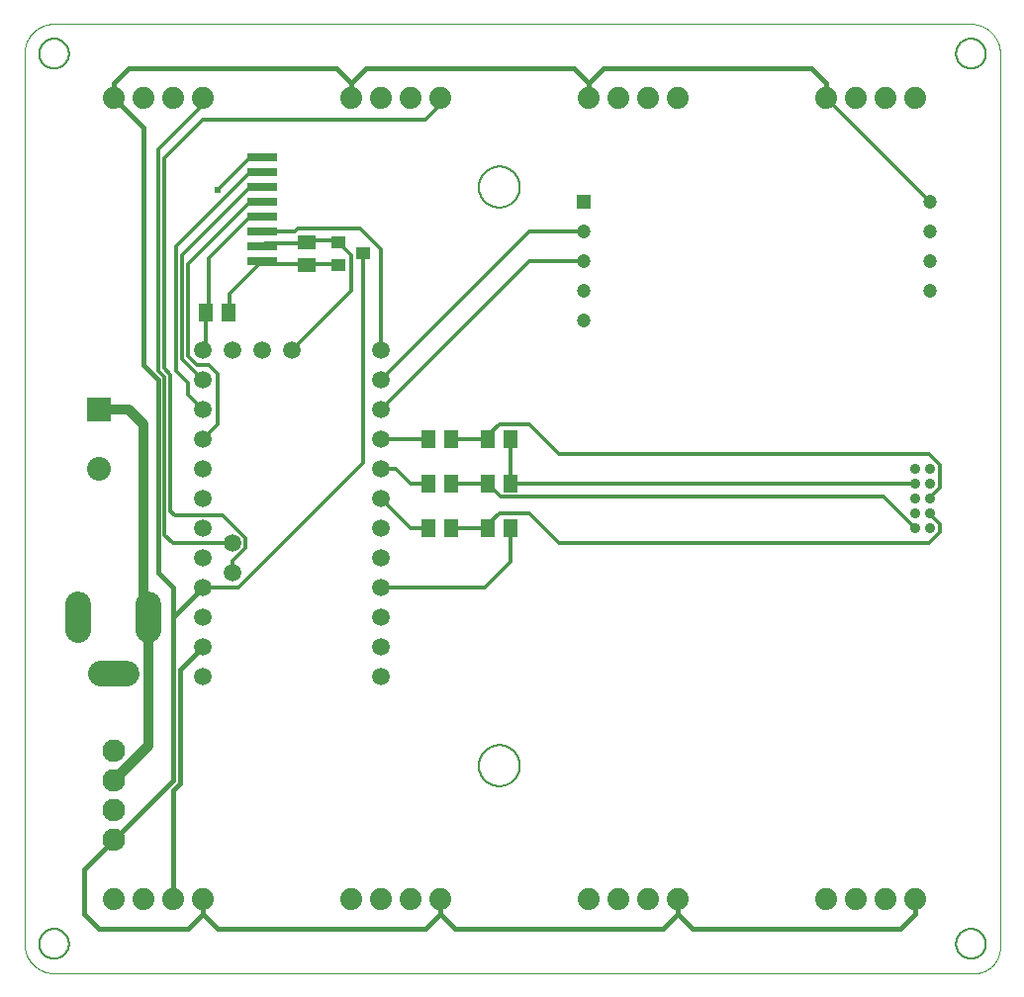
<source format=gtl>
G75*
%MOIN*%
%OFA0B0*%
%FSLAX25Y25*%
%IPPOS*%
%LPD*%
%AMOC8*
5,1,8,0,0,1.08239X$1,22.5*
%
%ADD10C,0.00000*%
%ADD11C,0.00600*%
%ADD12C,0.07400*%
%ADD13C,0.08600*%
%ADD14C,0.05906*%
%ADD15R,0.04724X0.04724*%
%ADD16C,0.04724*%
%ADD17R,0.10000X0.03000*%
%ADD18R,0.05118X0.05906*%
%ADD19R,0.05906X0.05118*%
%ADD20R,0.08000X0.08000*%
%ADD21C,0.08000*%
%ADD22R,0.04724X0.04000*%
%ADD23C,0.03562*%
%ADD24C,0.07600*%
%ADD25C,0.01200*%
%ADD26C,0.01600*%
%ADD27C,0.03200*%
%ADD28C,0.02400*%
D10*
X0013520Y0011600D02*
X0013520Y0311561D01*
X0013523Y0311803D01*
X0013532Y0312044D01*
X0013546Y0312285D01*
X0013567Y0312526D01*
X0013593Y0312766D01*
X0013625Y0313006D01*
X0013663Y0313245D01*
X0013706Y0313482D01*
X0013756Y0313719D01*
X0013811Y0313954D01*
X0013871Y0314188D01*
X0013938Y0314420D01*
X0014009Y0314651D01*
X0014087Y0314880D01*
X0014170Y0315107D01*
X0014258Y0315332D01*
X0014352Y0315555D01*
X0014451Y0315775D01*
X0014556Y0315993D01*
X0014665Y0316208D01*
X0014780Y0316421D01*
X0014900Y0316631D01*
X0015025Y0316837D01*
X0015155Y0317041D01*
X0015290Y0317242D01*
X0015430Y0317439D01*
X0015574Y0317633D01*
X0015723Y0317823D01*
X0015877Y0318009D01*
X0016035Y0318192D01*
X0016197Y0318371D01*
X0016364Y0318546D01*
X0016535Y0318717D01*
X0016710Y0318884D01*
X0016889Y0319046D01*
X0017072Y0319204D01*
X0017258Y0319358D01*
X0017448Y0319507D01*
X0017642Y0319651D01*
X0017839Y0319791D01*
X0018040Y0319926D01*
X0018244Y0320056D01*
X0018450Y0320181D01*
X0018660Y0320301D01*
X0018873Y0320416D01*
X0019088Y0320525D01*
X0019306Y0320630D01*
X0019526Y0320729D01*
X0019749Y0320823D01*
X0019974Y0320911D01*
X0020201Y0320994D01*
X0020430Y0321072D01*
X0020661Y0321143D01*
X0020893Y0321210D01*
X0021127Y0321270D01*
X0021362Y0321325D01*
X0021599Y0321375D01*
X0021836Y0321418D01*
X0022075Y0321456D01*
X0022315Y0321488D01*
X0022555Y0321514D01*
X0022796Y0321535D01*
X0023037Y0321549D01*
X0023278Y0321558D01*
X0023520Y0321561D01*
X0332260Y0321561D01*
X0332501Y0321558D01*
X0332741Y0321549D01*
X0332982Y0321535D01*
X0333221Y0321514D01*
X0333461Y0321488D01*
X0333699Y0321456D01*
X0333937Y0321419D01*
X0334174Y0321375D01*
X0334409Y0321326D01*
X0334644Y0321272D01*
X0334877Y0321211D01*
X0335108Y0321145D01*
X0335338Y0321073D01*
X0335566Y0320996D01*
X0335792Y0320914D01*
X0336016Y0320826D01*
X0336238Y0320732D01*
X0336458Y0320633D01*
X0336675Y0320529D01*
X0336889Y0320420D01*
X0337101Y0320306D01*
X0337310Y0320186D01*
X0337516Y0320062D01*
X0337719Y0319932D01*
X0337918Y0319798D01*
X0338115Y0319659D01*
X0338308Y0319515D01*
X0338497Y0319366D01*
X0338683Y0319213D01*
X0338865Y0319056D01*
X0339044Y0318894D01*
X0339218Y0318728D01*
X0339388Y0318558D01*
X0339554Y0318384D01*
X0339716Y0318205D01*
X0339873Y0318023D01*
X0340026Y0317837D01*
X0340175Y0317648D01*
X0340319Y0317455D01*
X0340458Y0317258D01*
X0340592Y0317059D01*
X0340722Y0316856D01*
X0340846Y0316650D01*
X0340966Y0316441D01*
X0341080Y0316229D01*
X0341189Y0316015D01*
X0341293Y0315798D01*
X0341392Y0315578D01*
X0341486Y0315356D01*
X0341574Y0315132D01*
X0341656Y0314906D01*
X0341733Y0314678D01*
X0341805Y0314448D01*
X0341871Y0314217D01*
X0341932Y0313984D01*
X0341986Y0313749D01*
X0342035Y0313514D01*
X0342079Y0313277D01*
X0342116Y0313039D01*
X0342148Y0312801D01*
X0342174Y0312561D01*
X0342195Y0312322D01*
X0342209Y0312081D01*
X0342218Y0311841D01*
X0342221Y0311600D01*
X0342220Y0311600D02*
X0342220Y0010301D01*
X0342221Y0010301D02*
X0342218Y0010091D01*
X0342211Y0009881D01*
X0342198Y0009671D01*
X0342180Y0009461D01*
X0342158Y0009252D01*
X0342130Y0009044D01*
X0342097Y0008836D01*
X0342059Y0008629D01*
X0342016Y0008423D01*
X0341968Y0008219D01*
X0341915Y0008015D01*
X0341858Y0007813D01*
X0341795Y0007612D01*
X0341728Y0007413D01*
X0341656Y0007216D01*
X0341579Y0007020D01*
X0341497Y0006826D01*
X0341411Y0006634D01*
X0341320Y0006445D01*
X0341224Y0006257D01*
X0341124Y0006072D01*
X0341020Y0005890D01*
X0340911Y0005710D01*
X0340798Y0005533D01*
X0340681Y0005358D01*
X0340559Y0005187D01*
X0340434Y0005018D01*
X0340304Y0004853D01*
X0340170Y0004690D01*
X0340033Y0004531D01*
X0339891Y0004375D01*
X0339746Y0004223D01*
X0339598Y0004075D01*
X0339446Y0003930D01*
X0339290Y0003788D01*
X0339131Y0003651D01*
X0338968Y0003517D01*
X0338803Y0003387D01*
X0338634Y0003262D01*
X0338463Y0003140D01*
X0338288Y0003023D01*
X0338111Y0002910D01*
X0337931Y0002801D01*
X0337749Y0002697D01*
X0337564Y0002597D01*
X0337376Y0002501D01*
X0337187Y0002410D01*
X0336995Y0002324D01*
X0336801Y0002242D01*
X0336605Y0002165D01*
X0336408Y0002093D01*
X0336209Y0002026D01*
X0336008Y0001963D01*
X0335806Y0001906D01*
X0335602Y0001853D01*
X0335398Y0001805D01*
X0335192Y0001762D01*
X0334985Y0001724D01*
X0334777Y0001691D01*
X0334569Y0001663D01*
X0334360Y0001641D01*
X0334150Y0001623D01*
X0333940Y0001610D01*
X0333730Y0001603D01*
X0333520Y0001600D01*
X0023520Y0001600D01*
X0023278Y0001603D01*
X0023037Y0001612D01*
X0022796Y0001626D01*
X0022555Y0001647D01*
X0022315Y0001673D01*
X0022075Y0001705D01*
X0021836Y0001743D01*
X0021599Y0001786D01*
X0021362Y0001836D01*
X0021127Y0001891D01*
X0020893Y0001951D01*
X0020661Y0002018D01*
X0020430Y0002089D01*
X0020201Y0002167D01*
X0019974Y0002250D01*
X0019749Y0002338D01*
X0019526Y0002432D01*
X0019306Y0002531D01*
X0019088Y0002636D01*
X0018873Y0002745D01*
X0018660Y0002860D01*
X0018450Y0002980D01*
X0018244Y0003105D01*
X0018040Y0003235D01*
X0017839Y0003370D01*
X0017642Y0003510D01*
X0017448Y0003654D01*
X0017258Y0003803D01*
X0017072Y0003957D01*
X0016889Y0004115D01*
X0016710Y0004277D01*
X0016535Y0004444D01*
X0016364Y0004615D01*
X0016197Y0004790D01*
X0016035Y0004969D01*
X0015877Y0005152D01*
X0015723Y0005338D01*
X0015574Y0005528D01*
X0015430Y0005722D01*
X0015290Y0005919D01*
X0015155Y0006120D01*
X0015025Y0006324D01*
X0014900Y0006530D01*
X0014780Y0006740D01*
X0014665Y0006953D01*
X0014556Y0007168D01*
X0014451Y0007386D01*
X0014352Y0007606D01*
X0014258Y0007829D01*
X0014170Y0008054D01*
X0014087Y0008281D01*
X0014009Y0008510D01*
X0013938Y0008741D01*
X0013871Y0008973D01*
X0013811Y0009207D01*
X0013756Y0009442D01*
X0013706Y0009679D01*
X0013663Y0009916D01*
X0013625Y0010155D01*
X0013593Y0010395D01*
X0013567Y0010635D01*
X0013546Y0010876D01*
X0013532Y0011117D01*
X0013523Y0011358D01*
X0013520Y0011600D01*
D11*
X0018520Y0011600D02*
X0018522Y0011741D01*
X0018528Y0011882D01*
X0018538Y0012022D01*
X0018552Y0012162D01*
X0018570Y0012302D01*
X0018591Y0012441D01*
X0018617Y0012580D01*
X0018646Y0012718D01*
X0018680Y0012854D01*
X0018717Y0012990D01*
X0018758Y0013125D01*
X0018803Y0013259D01*
X0018852Y0013391D01*
X0018904Y0013522D01*
X0018960Y0013651D01*
X0019020Y0013778D01*
X0019083Y0013904D01*
X0019149Y0014028D01*
X0019220Y0014151D01*
X0019293Y0014271D01*
X0019370Y0014389D01*
X0019450Y0014505D01*
X0019534Y0014618D01*
X0019620Y0014729D01*
X0019710Y0014838D01*
X0019803Y0014944D01*
X0019898Y0015047D01*
X0019997Y0015148D01*
X0020098Y0015246D01*
X0020202Y0015341D01*
X0020309Y0015433D01*
X0020418Y0015522D01*
X0020530Y0015607D01*
X0020644Y0015690D01*
X0020760Y0015770D01*
X0020879Y0015846D01*
X0021000Y0015918D01*
X0021122Y0015988D01*
X0021247Y0016053D01*
X0021373Y0016116D01*
X0021501Y0016174D01*
X0021631Y0016229D01*
X0021762Y0016281D01*
X0021895Y0016328D01*
X0022029Y0016372D01*
X0022164Y0016413D01*
X0022300Y0016449D01*
X0022437Y0016481D01*
X0022575Y0016510D01*
X0022713Y0016535D01*
X0022853Y0016555D01*
X0022993Y0016572D01*
X0023133Y0016585D01*
X0023274Y0016594D01*
X0023414Y0016599D01*
X0023555Y0016600D01*
X0023696Y0016597D01*
X0023837Y0016590D01*
X0023977Y0016579D01*
X0024117Y0016564D01*
X0024257Y0016545D01*
X0024396Y0016523D01*
X0024534Y0016496D01*
X0024672Y0016466D01*
X0024808Y0016431D01*
X0024944Y0016393D01*
X0025078Y0016351D01*
X0025212Y0016305D01*
X0025344Y0016256D01*
X0025474Y0016202D01*
X0025603Y0016145D01*
X0025730Y0016085D01*
X0025856Y0016021D01*
X0025979Y0015953D01*
X0026101Y0015882D01*
X0026221Y0015808D01*
X0026338Y0015730D01*
X0026453Y0015649D01*
X0026566Y0015565D01*
X0026677Y0015478D01*
X0026785Y0015387D01*
X0026890Y0015294D01*
X0026993Y0015197D01*
X0027093Y0015098D01*
X0027190Y0014996D01*
X0027284Y0014891D01*
X0027375Y0014784D01*
X0027463Y0014674D01*
X0027548Y0014562D01*
X0027630Y0014447D01*
X0027709Y0014330D01*
X0027784Y0014211D01*
X0027856Y0014090D01*
X0027924Y0013967D01*
X0027989Y0013842D01*
X0028051Y0013715D01*
X0028108Y0013586D01*
X0028163Y0013456D01*
X0028213Y0013325D01*
X0028260Y0013192D01*
X0028303Y0013058D01*
X0028342Y0012922D01*
X0028377Y0012786D01*
X0028409Y0012649D01*
X0028436Y0012511D01*
X0028460Y0012372D01*
X0028480Y0012232D01*
X0028496Y0012092D01*
X0028508Y0011952D01*
X0028516Y0011811D01*
X0028520Y0011670D01*
X0028520Y0011530D01*
X0028516Y0011389D01*
X0028508Y0011248D01*
X0028496Y0011108D01*
X0028480Y0010968D01*
X0028460Y0010828D01*
X0028436Y0010689D01*
X0028409Y0010551D01*
X0028377Y0010414D01*
X0028342Y0010278D01*
X0028303Y0010142D01*
X0028260Y0010008D01*
X0028213Y0009875D01*
X0028163Y0009744D01*
X0028108Y0009614D01*
X0028051Y0009485D01*
X0027989Y0009358D01*
X0027924Y0009233D01*
X0027856Y0009110D01*
X0027784Y0008989D01*
X0027709Y0008870D01*
X0027630Y0008753D01*
X0027548Y0008638D01*
X0027463Y0008526D01*
X0027375Y0008416D01*
X0027284Y0008309D01*
X0027190Y0008204D01*
X0027093Y0008102D01*
X0026993Y0008003D01*
X0026890Y0007906D01*
X0026785Y0007813D01*
X0026677Y0007722D01*
X0026566Y0007635D01*
X0026453Y0007551D01*
X0026338Y0007470D01*
X0026221Y0007392D01*
X0026101Y0007318D01*
X0025979Y0007247D01*
X0025856Y0007179D01*
X0025730Y0007115D01*
X0025603Y0007055D01*
X0025474Y0006998D01*
X0025344Y0006944D01*
X0025212Y0006895D01*
X0025078Y0006849D01*
X0024944Y0006807D01*
X0024808Y0006769D01*
X0024672Y0006734D01*
X0024534Y0006704D01*
X0024396Y0006677D01*
X0024257Y0006655D01*
X0024117Y0006636D01*
X0023977Y0006621D01*
X0023837Y0006610D01*
X0023696Y0006603D01*
X0023555Y0006600D01*
X0023414Y0006601D01*
X0023274Y0006606D01*
X0023133Y0006615D01*
X0022993Y0006628D01*
X0022853Y0006645D01*
X0022713Y0006665D01*
X0022575Y0006690D01*
X0022437Y0006719D01*
X0022300Y0006751D01*
X0022164Y0006787D01*
X0022029Y0006828D01*
X0021895Y0006872D01*
X0021762Y0006919D01*
X0021631Y0006971D01*
X0021501Y0007026D01*
X0021373Y0007084D01*
X0021247Y0007147D01*
X0021122Y0007212D01*
X0021000Y0007282D01*
X0020879Y0007354D01*
X0020760Y0007430D01*
X0020644Y0007510D01*
X0020530Y0007593D01*
X0020418Y0007678D01*
X0020309Y0007767D01*
X0020202Y0007859D01*
X0020098Y0007954D01*
X0019997Y0008052D01*
X0019898Y0008153D01*
X0019803Y0008256D01*
X0019710Y0008362D01*
X0019620Y0008471D01*
X0019534Y0008582D01*
X0019450Y0008695D01*
X0019370Y0008811D01*
X0019293Y0008929D01*
X0019220Y0009049D01*
X0019149Y0009172D01*
X0019083Y0009296D01*
X0019020Y0009422D01*
X0018960Y0009549D01*
X0018904Y0009678D01*
X0018852Y0009809D01*
X0018803Y0009941D01*
X0018758Y0010075D01*
X0018717Y0010210D01*
X0018680Y0010346D01*
X0018646Y0010482D01*
X0018617Y0010620D01*
X0018591Y0010759D01*
X0018570Y0010898D01*
X0018552Y0011038D01*
X0018538Y0011178D01*
X0018528Y0011318D01*
X0018522Y0011459D01*
X0018520Y0011600D01*
X0166630Y0071600D02*
X0166632Y0071769D01*
X0166638Y0071938D01*
X0166649Y0072107D01*
X0166663Y0072275D01*
X0166682Y0072443D01*
X0166705Y0072611D01*
X0166731Y0072778D01*
X0166762Y0072944D01*
X0166797Y0073110D01*
X0166836Y0073274D01*
X0166880Y0073438D01*
X0166927Y0073600D01*
X0166978Y0073761D01*
X0167033Y0073921D01*
X0167092Y0074080D01*
X0167154Y0074237D01*
X0167221Y0074392D01*
X0167292Y0074546D01*
X0167366Y0074698D01*
X0167444Y0074848D01*
X0167525Y0074996D01*
X0167610Y0075142D01*
X0167699Y0075286D01*
X0167791Y0075428D01*
X0167887Y0075567D01*
X0167986Y0075704D01*
X0168088Y0075839D01*
X0168194Y0075971D01*
X0168303Y0076100D01*
X0168415Y0076227D01*
X0168530Y0076351D01*
X0168648Y0076472D01*
X0168769Y0076590D01*
X0168893Y0076705D01*
X0169020Y0076817D01*
X0169149Y0076926D01*
X0169281Y0077032D01*
X0169416Y0077134D01*
X0169553Y0077233D01*
X0169692Y0077329D01*
X0169834Y0077421D01*
X0169978Y0077510D01*
X0170124Y0077595D01*
X0170272Y0077676D01*
X0170422Y0077754D01*
X0170574Y0077828D01*
X0170728Y0077899D01*
X0170883Y0077966D01*
X0171040Y0078028D01*
X0171199Y0078087D01*
X0171359Y0078142D01*
X0171520Y0078193D01*
X0171682Y0078240D01*
X0171846Y0078284D01*
X0172010Y0078323D01*
X0172176Y0078358D01*
X0172342Y0078389D01*
X0172509Y0078415D01*
X0172677Y0078438D01*
X0172845Y0078457D01*
X0173013Y0078471D01*
X0173182Y0078482D01*
X0173351Y0078488D01*
X0173520Y0078490D01*
X0173689Y0078488D01*
X0173858Y0078482D01*
X0174027Y0078471D01*
X0174195Y0078457D01*
X0174363Y0078438D01*
X0174531Y0078415D01*
X0174698Y0078389D01*
X0174864Y0078358D01*
X0175030Y0078323D01*
X0175194Y0078284D01*
X0175358Y0078240D01*
X0175520Y0078193D01*
X0175681Y0078142D01*
X0175841Y0078087D01*
X0176000Y0078028D01*
X0176157Y0077966D01*
X0176312Y0077899D01*
X0176466Y0077828D01*
X0176618Y0077754D01*
X0176768Y0077676D01*
X0176916Y0077595D01*
X0177062Y0077510D01*
X0177206Y0077421D01*
X0177348Y0077329D01*
X0177487Y0077233D01*
X0177624Y0077134D01*
X0177759Y0077032D01*
X0177891Y0076926D01*
X0178020Y0076817D01*
X0178147Y0076705D01*
X0178271Y0076590D01*
X0178392Y0076472D01*
X0178510Y0076351D01*
X0178625Y0076227D01*
X0178737Y0076100D01*
X0178846Y0075971D01*
X0178952Y0075839D01*
X0179054Y0075704D01*
X0179153Y0075567D01*
X0179249Y0075428D01*
X0179341Y0075286D01*
X0179430Y0075142D01*
X0179515Y0074996D01*
X0179596Y0074848D01*
X0179674Y0074698D01*
X0179748Y0074546D01*
X0179819Y0074392D01*
X0179886Y0074237D01*
X0179948Y0074080D01*
X0180007Y0073921D01*
X0180062Y0073761D01*
X0180113Y0073600D01*
X0180160Y0073438D01*
X0180204Y0073274D01*
X0180243Y0073110D01*
X0180278Y0072944D01*
X0180309Y0072778D01*
X0180335Y0072611D01*
X0180358Y0072443D01*
X0180377Y0072275D01*
X0180391Y0072107D01*
X0180402Y0071938D01*
X0180408Y0071769D01*
X0180410Y0071600D01*
X0180408Y0071431D01*
X0180402Y0071262D01*
X0180391Y0071093D01*
X0180377Y0070925D01*
X0180358Y0070757D01*
X0180335Y0070589D01*
X0180309Y0070422D01*
X0180278Y0070256D01*
X0180243Y0070090D01*
X0180204Y0069926D01*
X0180160Y0069762D01*
X0180113Y0069600D01*
X0180062Y0069439D01*
X0180007Y0069279D01*
X0179948Y0069120D01*
X0179886Y0068963D01*
X0179819Y0068808D01*
X0179748Y0068654D01*
X0179674Y0068502D01*
X0179596Y0068352D01*
X0179515Y0068204D01*
X0179430Y0068058D01*
X0179341Y0067914D01*
X0179249Y0067772D01*
X0179153Y0067633D01*
X0179054Y0067496D01*
X0178952Y0067361D01*
X0178846Y0067229D01*
X0178737Y0067100D01*
X0178625Y0066973D01*
X0178510Y0066849D01*
X0178392Y0066728D01*
X0178271Y0066610D01*
X0178147Y0066495D01*
X0178020Y0066383D01*
X0177891Y0066274D01*
X0177759Y0066168D01*
X0177624Y0066066D01*
X0177487Y0065967D01*
X0177348Y0065871D01*
X0177206Y0065779D01*
X0177062Y0065690D01*
X0176916Y0065605D01*
X0176768Y0065524D01*
X0176618Y0065446D01*
X0176466Y0065372D01*
X0176312Y0065301D01*
X0176157Y0065234D01*
X0176000Y0065172D01*
X0175841Y0065113D01*
X0175681Y0065058D01*
X0175520Y0065007D01*
X0175358Y0064960D01*
X0175194Y0064916D01*
X0175030Y0064877D01*
X0174864Y0064842D01*
X0174698Y0064811D01*
X0174531Y0064785D01*
X0174363Y0064762D01*
X0174195Y0064743D01*
X0174027Y0064729D01*
X0173858Y0064718D01*
X0173689Y0064712D01*
X0173520Y0064710D01*
X0173351Y0064712D01*
X0173182Y0064718D01*
X0173013Y0064729D01*
X0172845Y0064743D01*
X0172677Y0064762D01*
X0172509Y0064785D01*
X0172342Y0064811D01*
X0172176Y0064842D01*
X0172010Y0064877D01*
X0171846Y0064916D01*
X0171682Y0064960D01*
X0171520Y0065007D01*
X0171359Y0065058D01*
X0171199Y0065113D01*
X0171040Y0065172D01*
X0170883Y0065234D01*
X0170728Y0065301D01*
X0170574Y0065372D01*
X0170422Y0065446D01*
X0170272Y0065524D01*
X0170124Y0065605D01*
X0169978Y0065690D01*
X0169834Y0065779D01*
X0169692Y0065871D01*
X0169553Y0065967D01*
X0169416Y0066066D01*
X0169281Y0066168D01*
X0169149Y0066274D01*
X0169020Y0066383D01*
X0168893Y0066495D01*
X0168769Y0066610D01*
X0168648Y0066728D01*
X0168530Y0066849D01*
X0168415Y0066973D01*
X0168303Y0067100D01*
X0168194Y0067229D01*
X0168088Y0067361D01*
X0167986Y0067496D01*
X0167887Y0067633D01*
X0167791Y0067772D01*
X0167699Y0067914D01*
X0167610Y0068058D01*
X0167525Y0068204D01*
X0167444Y0068352D01*
X0167366Y0068502D01*
X0167292Y0068654D01*
X0167221Y0068808D01*
X0167154Y0068963D01*
X0167092Y0069120D01*
X0167033Y0069279D01*
X0166978Y0069439D01*
X0166927Y0069600D01*
X0166880Y0069762D01*
X0166836Y0069926D01*
X0166797Y0070090D01*
X0166762Y0070256D01*
X0166731Y0070422D01*
X0166705Y0070589D01*
X0166682Y0070757D01*
X0166663Y0070925D01*
X0166649Y0071093D01*
X0166638Y0071262D01*
X0166632Y0071431D01*
X0166630Y0071600D01*
X0327417Y0011600D02*
X0327419Y0011741D01*
X0327425Y0011882D01*
X0327435Y0012022D01*
X0327449Y0012162D01*
X0327467Y0012302D01*
X0327488Y0012441D01*
X0327514Y0012580D01*
X0327543Y0012718D01*
X0327577Y0012854D01*
X0327614Y0012990D01*
X0327655Y0013125D01*
X0327700Y0013259D01*
X0327749Y0013391D01*
X0327801Y0013522D01*
X0327857Y0013651D01*
X0327917Y0013778D01*
X0327980Y0013904D01*
X0328046Y0014028D01*
X0328117Y0014151D01*
X0328190Y0014271D01*
X0328267Y0014389D01*
X0328347Y0014505D01*
X0328431Y0014618D01*
X0328517Y0014729D01*
X0328607Y0014838D01*
X0328700Y0014944D01*
X0328795Y0015047D01*
X0328894Y0015148D01*
X0328995Y0015246D01*
X0329099Y0015341D01*
X0329206Y0015433D01*
X0329315Y0015522D01*
X0329427Y0015607D01*
X0329541Y0015690D01*
X0329657Y0015770D01*
X0329776Y0015846D01*
X0329897Y0015918D01*
X0330019Y0015988D01*
X0330144Y0016053D01*
X0330270Y0016116D01*
X0330398Y0016174D01*
X0330528Y0016229D01*
X0330659Y0016281D01*
X0330792Y0016328D01*
X0330926Y0016372D01*
X0331061Y0016413D01*
X0331197Y0016449D01*
X0331334Y0016481D01*
X0331472Y0016510D01*
X0331610Y0016535D01*
X0331750Y0016555D01*
X0331890Y0016572D01*
X0332030Y0016585D01*
X0332171Y0016594D01*
X0332311Y0016599D01*
X0332452Y0016600D01*
X0332593Y0016597D01*
X0332734Y0016590D01*
X0332874Y0016579D01*
X0333014Y0016564D01*
X0333154Y0016545D01*
X0333293Y0016523D01*
X0333431Y0016496D01*
X0333569Y0016466D01*
X0333705Y0016431D01*
X0333841Y0016393D01*
X0333975Y0016351D01*
X0334109Y0016305D01*
X0334241Y0016256D01*
X0334371Y0016202D01*
X0334500Y0016145D01*
X0334627Y0016085D01*
X0334753Y0016021D01*
X0334876Y0015953D01*
X0334998Y0015882D01*
X0335118Y0015808D01*
X0335235Y0015730D01*
X0335350Y0015649D01*
X0335463Y0015565D01*
X0335574Y0015478D01*
X0335682Y0015387D01*
X0335787Y0015294D01*
X0335890Y0015197D01*
X0335990Y0015098D01*
X0336087Y0014996D01*
X0336181Y0014891D01*
X0336272Y0014784D01*
X0336360Y0014674D01*
X0336445Y0014562D01*
X0336527Y0014447D01*
X0336606Y0014330D01*
X0336681Y0014211D01*
X0336753Y0014090D01*
X0336821Y0013967D01*
X0336886Y0013842D01*
X0336948Y0013715D01*
X0337005Y0013586D01*
X0337060Y0013456D01*
X0337110Y0013325D01*
X0337157Y0013192D01*
X0337200Y0013058D01*
X0337239Y0012922D01*
X0337274Y0012786D01*
X0337306Y0012649D01*
X0337333Y0012511D01*
X0337357Y0012372D01*
X0337377Y0012232D01*
X0337393Y0012092D01*
X0337405Y0011952D01*
X0337413Y0011811D01*
X0337417Y0011670D01*
X0337417Y0011530D01*
X0337413Y0011389D01*
X0337405Y0011248D01*
X0337393Y0011108D01*
X0337377Y0010968D01*
X0337357Y0010828D01*
X0337333Y0010689D01*
X0337306Y0010551D01*
X0337274Y0010414D01*
X0337239Y0010278D01*
X0337200Y0010142D01*
X0337157Y0010008D01*
X0337110Y0009875D01*
X0337060Y0009744D01*
X0337005Y0009614D01*
X0336948Y0009485D01*
X0336886Y0009358D01*
X0336821Y0009233D01*
X0336753Y0009110D01*
X0336681Y0008989D01*
X0336606Y0008870D01*
X0336527Y0008753D01*
X0336445Y0008638D01*
X0336360Y0008526D01*
X0336272Y0008416D01*
X0336181Y0008309D01*
X0336087Y0008204D01*
X0335990Y0008102D01*
X0335890Y0008003D01*
X0335787Y0007906D01*
X0335682Y0007813D01*
X0335574Y0007722D01*
X0335463Y0007635D01*
X0335350Y0007551D01*
X0335235Y0007470D01*
X0335118Y0007392D01*
X0334998Y0007318D01*
X0334876Y0007247D01*
X0334753Y0007179D01*
X0334627Y0007115D01*
X0334500Y0007055D01*
X0334371Y0006998D01*
X0334241Y0006944D01*
X0334109Y0006895D01*
X0333975Y0006849D01*
X0333841Y0006807D01*
X0333705Y0006769D01*
X0333569Y0006734D01*
X0333431Y0006704D01*
X0333293Y0006677D01*
X0333154Y0006655D01*
X0333014Y0006636D01*
X0332874Y0006621D01*
X0332734Y0006610D01*
X0332593Y0006603D01*
X0332452Y0006600D01*
X0332311Y0006601D01*
X0332171Y0006606D01*
X0332030Y0006615D01*
X0331890Y0006628D01*
X0331750Y0006645D01*
X0331610Y0006665D01*
X0331472Y0006690D01*
X0331334Y0006719D01*
X0331197Y0006751D01*
X0331061Y0006787D01*
X0330926Y0006828D01*
X0330792Y0006872D01*
X0330659Y0006919D01*
X0330528Y0006971D01*
X0330398Y0007026D01*
X0330270Y0007084D01*
X0330144Y0007147D01*
X0330019Y0007212D01*
X0329897Y0007282D01*
X0329776Y0007354D01*
X0329657Y0007430D01*
X0329541Y0007510D01*
X0329427Y0007593D01*
X0329315Y0007678D01*
X0329206Y0007767D01*
X0329099Y0007859D01*
X0328995Y0007954D01*
X0328894Y0008052D01*
X0328795Y0008153D01*
X0328700Y0008256D01*
X0328607Y0008362D01*
X0328517Y0008471D01*
X0328431Y0008582D01*
X0328347Y0008695D01*
X0328267Y0008811D01*
X0328190Y0008929D01*
X0328117Y0009049D01*
X0328046Y0009172D01*
X0327980Y0009296D01*
X0327917Y0009422D01*
X0327857Y0009549D01*
X0327801Y0009678D01*
X0327749Y0009809D01*
X0327700Y0009941D01*
X0327655Y0010075D01*
X0327614Y0010210D01*
X0327577Y0010346D01*
X0327543Y0010482D01*
X0327514Y0010620D01*
X0327488Y0010759D01*
X0327467Y0010898D01*
X0327449Y0011038D01*
X0327435Y0011178D01*
X0327425Y0011318D01*
X0327419Y0011459D01*
X0327417Y0011600D01*
X0166630Y0266600D02*
X0166632Y0266769D01*
X0166638Y0266938D01*
X0166649Y0267107D01*
X0166663Y0267275D01*
X0166682Y0267443D01*
X0166705Y0267611D01*
X0166731Y0267778D01*
X0166762Y0267944D01*
X0166797Y0268110D01*
X0166836Y0268274D01*
X0166880Y0268438D01*
X0166927Y0268600D01*
X0166978Y0268761D01*
X0167033Y0268921D01*
X0167092Y0269080D01*
X0167154Y0269237D01*
X0167221Y0269392D01*
X0167292Y0269546D01*
X0167366Y0269698D01*
X0167444Y0269848D01*
X0167525Y0269996D01*
X0167610Y0270142D01*
X0167699Y0270286D01*
X0167791Y0270428D01*
X0167887Y0270567D01*
X0167986Y0270704D01*
X0168088Y0270839D01*
X0168194Y0270971D01*
X0168303Y0271100D01*
X0168415Y0271227D01*
X0168530Y0271351D01*
X0168648Y0271472D01*
X0168769Y0271590D01*
X0168893Y0271705D01*
X0169020Y0271817D01*
X0169149Y0271926D01*
X0169281Y0272032D01*
X0169416Y0272134D01*
X0169553Y0272233D01*
X0169692Y0272329D01*
X0169834Y0272421D01*
X0169978Y0272510D01*
X0170124Y0272595D01*
X0170272Y0272676D01*
X0170422Y0272754D01*
X0170574Y0272828D01*
X0170728Y0272899D01*
X0170883Y0272966D01*
X0171040Y0273028D01*
X0171199Y0273087D01*
X0171359Y0273142D01*
X0171520Y0273193D01*
X0171682Y0273240D01*
X0171846Y0273284D01*
X0172010Y0273323D01*
X0172176Y0273358D01*
X0172342Y0273389D01*
X0172509Y0273415D01*
X0172677Y0273438D01*
X0172845Y0273457D01*
X0173013Y0273471D01*
X0173182Y0273482D01*
X0173351Y0273488D01*
X0173520Y0273490D01*
X0173689Y0273488D01*
X0173858Y0273482D01*
X0174027Y0273471D01*
X0174195Y0273457D01*
X0174363Y0273438D01*
X0174531Y0273415D01*
X0174698Y0273389D01*
X0174864Y0273358D01*
X0175030Y0273323D01*
X0175194Y0273284D01*
X0175358Y0273240D01*
X0175520Y0273193D01*
X0175681Y0273142D01*
X0175841Y0273087D01*
X0176000Y0273028D01*
X0176157Y0272966D01*
X0176312Y0272899D01*
X0176466Y0272828D01*
X0176618Y0272754D01*
X0176768Y0272676D01*
X0176916Y0272595D01*
X0177062Y0272510D01*
X0177206Y0272421D01*
X0177348Y0272329D01*
X0177487Y0272233D01*
X0177624Y0272134D01*
X0177759Y0272032D01*
X0177891Y0271926D01*
X0178020Y0271817D01*
X0178147Y0271705D01*
X0178271Y0271590D01*
X0178392Y0271472D01*
X0178510Y0271351D01*
X0178625Y0271227D01*
X0178737Y0271100D01*
X0178846Y0270971D01*
X0178952Y0270839D01*
X0179054Y0270704D01*
X0179153Y0270567D01*
X0179249Y0270428D01*
X0179341Y0270286D01*
X0179430Y0270142D01*
X0179515Y0269996D01*
X0179596Y0269848D01*
X0179674Y0269698D01*
X0179748Y0269546D01*
X0179819Y0269392D01*
X0179886Y0269237D01*
X0179948Y0269080D01*
X0180007Y0268921D01*
X0180062Y0268761D01*
X0180113Y0268600D01*
X0180160Y0268438D01*
X0180204Y0268274D01*
X0180243Y0268110D01*
X0180278Y0267944D01*
X0180309Y0267778D01*
X0180335Y0267611D01*
X0180358Y0267443D01*
X0180377Y0267275D01*
X0180391Y0267107D01*
X0180402Y0266938D01*
X0180408Y0266769D01*
X0180410Y0266600D01*
X0180408Y0266431D01*
X0180402Y0266262D01*
X0180391Y0266093D01*
X0180377Y0265925D01*
X0180358Y0265757D01*
X0180335Y0265589D01*
X0180309Y0265422D01*
X0180278Y0265256D01*
X0180243Y0265090D01*
X0180204Y0264926D01*
X0180160Y0264762D01*
X0180113Y0264600D01*
X0180062Y0264439D01*
X0180007Y0264279D01*
X0179948Y0264120D01*
X0179886Y0263963D01*
X0179819Y0263808D01*
X0179748Y0263654D01*
X0179674Y0263502D01*
X0179596Y0263352D01*
X0179515Y0263204D01*
X0179430Y0263058D01*
X0179341Y0262914D01*
X0179249Y0262772D01*
X0179153Y0262633D01*
X0179054Y0262496D01*
X0178952Y0262361D01*
X0178846Y0262229D01*
X0178737Y0262100D01*
X0178625Y0261973D01*
X0178510Y0261849D01*
X0178392Y0261728D01*
X0178271Y0261610D01*
X0178147Y0261495D01*
X0178020Y0261383D01*
X0177891Y0261274D01*
X0177759Y0261168D01*
X0177624Y0261066D01*
X0177487Y0260967D01*
X0177348Y0260871D01*
X0177206Y0260779D01*
X0177062Y0260690D01*
X0176916Y0260605D01*
X0176768Y0260524D01*
X0176618Y0260446D01*
X0176466Y0260372D01*
X0176312Y0260301D01*
X0176157Y0260234D01*
X0176000Y0260172D01*
X0175841Y0260113D01*
X0175681Y0260058D01*
X0175520Y0260007D01*
X0175358Y0259960D01*
X0175194Y0259916D01*
X0175030Y0259877D01*
X0174864Y0259842D01*
X0174698Y0259811D01*
X0174531Y0259785D01*
X0174363Y0259762D01*
X0174195Y0259743D01*
X0174027Y0259729D01*
X0173858Y0259718D01*
X0173689Y0259712D01*
X0173520Y0259710D01*
X0173351Y0259712D01*
X0173182Y0259718D01*
X0173013Y0259729D01*
X0172845Y0259743D01*
X0172677Y0259762D01*
X0172509Y0259785D01*
X0172342Y0259811D01*
X0172176Y0259842D01*
X0172010Y0259877D01*
X0171846Y0259916D01*
X0171682Y0259960D01*
X0171520Y0260007D01*
X0171359Y0260058D01*
X0171199Y0260113D01*
X0171040Y0260172D01*
X0170883Y0260234D01*
X0170728Y0260301D01*
X0170574Y0260372D01*
X0170422Y0260446D01*
X0170272Y0260524D01*
X0170124Y0260605D01*
X0169978Y0260690D01*
X0169834Y0260779D01*
X0169692Y0260871D01*
X0169553Y0260967D01*
X0169416Y0261066D01*
X0169281Y0261168D01*
X0169149Y0261274D01*
X0169020Y0261383D01*
X0168893Y0261495D01*
X0168769Y0261610D01*
X0168648Y0261728D01*
X0168530Y0261849D01*
X0168415Y0261973D01*
X0168303Y0262100D01*
X0168194Y0262229D01*
X0168088Y0262361D01*
X0167986Y0262496D01*
X0167887Y0262633D01*
X0167791Y0262772D01*
X0167699Y0262914D01*
X0167610Y0263058D01*
X0167525Y0263204D01*
X0167444Y0263352D01*
X0167366Y0263502D01*
X0167292Y0263654D01*
X0167221Y0263808D01*
X0167154Y0263963D01*
X0167092Y0264120D01*
X0167033Y0264279D01*
X0166978Y0264439D01*
X0166927Y0264600D01*
X0166880Y0264762D01*
X0166836Y0264926D01*
X0166797Y0265090D01*
X0166762Y0265256D01*
X0166731Y0265422D01*
X0166705Y0265589D01*
X0166682Y0265757D01*
X0166663Y0265925D01*
X0166649Y0266093D01*
X0166638Y0266262D01*
X0166632Y0266431D01*
X0166630Y0266600D01*
X0018520Y0311600D02*
X0018522Y0311741D01*
X0018528Y0311882D01*
X0018538Y0312022D01*
X0018552Y0312162D01*
X0018570Y0312302D01*
X0018591Y0312441D01*
X0018617Y0312580D01*
X0018646Y0312718D01*
X0018680Y0312854D01*
X0018717Y0312990D01*
X0018758Y0313125D01*
X0018803Y0313259D01*
X0018852Y0313391D01*
X0018904Y0313522D01*
X0018960Y0313651D01*
X0019020Y0313778D01*
X0019083Y0313904D01*
X0019149Y0314028D01*
X0019220Y0314151D01*
X0019293Y0314271D01*
X0019370Y0314389D01*
X0019450Y0314505D01*
X0019534Y0314618D01*
X0019620Y0314729D01*
X0019710Y0314838D01*
X0019803Y0314944D01*
X0019898Y0315047D01*
X0019997Y0315148D01*
X0020098Y0315246D01*
X0020202Y0315341D01*
X0020309Y0315433D01*
X0020418Y0315522D01*
X0020530Y0315607D01*
X0020644Y0315690D01*
X0020760Y0315770D01*
X0020879Y0315846D01*
X0021000Y0315918D01*
X0021122Y0315988D01*
X0021247Y0316053D01*
X0021373Y0316116D01*
X0021501Y0316174D01*
X0021631Y0316229D01*
X0021762Y0316281D01*
X0021895Y0316328D01*
X0022029Y0316372D01*
X0022164Y0316413D01*
X0022300Y0316449D01*
X0022437Y0316481D01*
X0022575Y0316510D01*
X0022713Y0316535D01*
X0022853Y0316555D01*
X0022993Y0316572D01*
X0023133Y0316585D01*
X0023274Y0316594D01*
X0023414Y0316599D01*
X0023555Y0316600D01*
X0023696Y0316597D01*
X0023837Y0316590D01*
X0023977Y0316579D01*
X0024117Y0316564D01*
X0024257Y0316545D01*
X0024396Y0316523D01*
X0024534Y0316496D01*
X0024672Y0316466D01*
X0024808Y0316431D01*
X0024944Y0316393D01*
X0025078Y0316351D01*
X0025212Y0316305D01*
X0025344Y0316256D01*
X0025474Y0316202D01*
X0025603Y0316145D01*
X0025730Y0316085D01*
X0025856Y0316021D01*
X0025979Y0315953D01*
X0026101Y0315882D01*
X0026221Y0315808D01*
X0026338Y0315730D01*
X0026453Y0315649D01*
X0026566Y0315565D01*
X0026677Y0315478D01*
X0026785Y0315387D01*
X0026890Y0315294D01*
X0026993Y0315197D01*
X0027093Y0315098D01*
X0027190Y0314996D01*
X0027284Y0314891D01*
X0027375Y0314784D01*
X0027463Y0314674D01*
X0027548Y0314562D01*
X0027630Y0314447D01*
X0027709Y0314330D01*
X0027784Y0314211D01*
X0027856Y0314090D01*
X0027924Y0313967D01*
X0027989Y0313842D01*
X0028051Y0313715D01*
X0028108Y0313586D01*
X0028163Y0313456D01*
X0028213Y0313325D01*
X0028260Y0313192D01*
X0028303Y0313058D01*
X0028342Y0312922D01*
X0028377Y0312786D01*
X0028409Y0312649D01*
X0028436Y0312511D01*
X0028460Y0312372D01*
X0028480Y0312232D01*
X0028496Y0312092D01*
X0028508Y0311952D01*
X0028516Y0311811D01*
X0028520Y0311670D01*
X0028520Y0311530D01*
X0028516Y0311389D01*
X0028508Y0311248D01*
X0028496Y0311108D01*
X0028480Y0310968D01*
X0028460Y0310828D01*
X0028436Y0310689D01*
X0028409Y0310551D01*
X0028377Y0310414D01*
X0028342Y0310278D01*
X0028303Y0310142D01*
X0028260Y0310008D01*
X0028213Y0309875D01*
X0028163Y0309744D01*
X0028108Y0309614D01*
X0028051Y0309485D01*
X0027989Y0309358D01*
X0027924Y0309233D01*
X0027856Y0309110D01*
X0027784Y0308989D01*
X0027709Y0308870D01*
X0027630Y0308753D01*
X0027548Y0308638D01*
X0027463Y0308526D01*
X0027375Y0308416D01*
X0027284Y0308309D01*
X0027190Y0308204D01*
X0027093Y0308102D01*
X0026993Y0308003D01*
X0026890Y0307906D01*
X0026785Y0307813D01*
X0026677Y0307722D01*
X0026566Y0307635D01*
X0026453Y0307551D01*
X0026338Y0307470D01*
X0026221Y0307392D01*
X0026101Y0307318D01*
X0025979Y0307247D01*
X0025856Y0307179D01*
X0025730Y0307115D01*
X0025603Y0307055D01*
X0025474Y0306998D01*
X0025344Y0306944D01*
X0025212Y0306895D01*
X0025078Y0306849D01*
X0024944Y0306807D01*
X0024808Y0306769D01*
X0024672Y0306734D01*
X0024534Y0306704D01*
X0024396Y0306677D01*
X0024257Y0306655D01*
X0024117Y0306636D01*
X0023977Y0306621D01*
X0023837Y0306610D01*
X0023696Y0306603D01*
X0023555Y0306600D01*
X0023414Y0306601D01*
X0023274Y0306606D01*
X0023133Y0306615D01*
X0022993Y0306628D01*
X0022853Y0306645D01*
X0022713Y0306665D01*
X0022575Y0306690D01*
X0022437Y0306719D01*
X0022300Y0306751D01*
X0022164Y0306787D01*
X0022029Y0306828D01*
X0021895Y0306872D01*
X0021762Y0306919D01*
X0021631Y0306971D01*
X0021501Y0307026D01*
X0021373Y0307084D01*
X0021247Y0307147D01*
X0021122Y0307212D01*
X0021000Y0307282D01*
X0020879Y0307354D01*
X0020760Y0307430D01*
X0020644Y0307510D01*
X0020530Y0307593D01*
X0020418Y0307678D01*
X0020309Y0307767D01*
X0020202Y0307859D01*
X0020098Y0307954D01*
X0019997Y0308052D01*
X0019898Y0308153D01*
X0019803Y0308256D01*
X0019710Y0308362D01*
X0019620Y0308471D01*
X0019534Y0308582D01*
X0019450Y0308695D01*
X0019370Y0308811D01*
X0019293Y0308929D01*
X0019220Y0309049D01*
X0019149Y0309172D01*
X0019083Y0309296D01*
X0019020Y0309422D01*
X0018960Y0309549D01*
X0018904Y0309678D01*
X0018852Y0309809D01*
X0018803Y0309941D01*
X0018758Y0310075D01*
X0018717Y0310210D01*
X0018680Y0310346D01*
X0018646Y0310482D01*
X0018617Y0310620D01*
X0018591Y0310759D01*
X0018570Y0310898D01*
X0018552Y0311038D01*
X0018538Y0311178D01*
X0018528Y0311318D01*
X0018522Y0311459D01*
X0018520Y0311600D01*
X0327417Y0311600D02*
X0327419Y0311741D01*
X0327425Y0311882D01*
X0327435Y0312022D01*
X0327449Y0312162D01*
X0327467Y0312302D01*
X0327488Y0312441D01*
X0327514Y0312580D01*
X0327543Y0312718D01*
X0327577Y0312854D01*
X0327614Y0312990D01*
X0327655Y0313125D01*
X0327700Y0313259D01*
X0327749Y0313391D01*
X0327801Y0313522D01*
X0327857Y0313651D01*
X0327917Y0313778D01*
X0327980Y0313904D01*
X0328046Y0314028D01*
X0328117Y0314151D01*
X0328190Y0314271D01*
X0328267Y0314389D01*
X0328347Y0314505D01*
X0328431Y0314618D01*
X0328517Y0314729D01*
X0328607Y0314838D01*
X0328700Y0314944D01*
X0328795Y0315047D01*
X0328894Y0315148D01*
X0328995Y0315246D01*
X0329099Y0315341D01*
X0329206Y0315433D01*
X0329315Y0315522D01*
X0329427Y0315607D01*
X0329541Y0315690D01*
X0329657Y0315770D01*
X0329776Y0315846D01*
X0329897Y0315918D01*
X0330019Y0315988D01*
X0330144Y0316053D01*
X0330270Y0316116D01*
X0330398Y0316174D01*
X0330528Y0316229D01*
X0330659Y0316281D01*
X0330792Y0316328D01*
X0330926Y0316372D01*
X0331061Y0316413D01*
X0331197Y0316449D01*
X0331334Y0316481D01*
X0331472Y0316510D01*
X0331610Y0316535D01*
X0331750Y0316555D01*
X0331890Y0316572D01*
X0332030Y0316585D01*
X0332171Y0316594D01*
X0332311Y0316599D01*
X0332452Y0316600D01*
X0332593Y0316597D01*
X0332734Y0316590D01*
X0332874Y0316579D01*
X0333014Y0316564D01*
X0333154Y0316545D01*
X0333293Y0316523D01*
X0333431Y0316496D01*
X0333569Y0316466D01*
X0333705Y0316431D01*
X0333841Y0316393D01*
X0333975Y0316351D01*
X0334109Y0316305D01*
X0334241Y0316256D01*
X0334371Y0316202D01*
X0334500Y0316145D01*
X0334627Y0316085D01*
X0334753Y0316021D01*
X0334876Y0315953D01*
X0334998Y0315882D01*
X0335118Y0315808D01*
X0335235Y0315730D01*
X0335350Y0315649D01*
X0335463Y0315565D01*
X0335574Y0315478D01*
X0335682Y0315387D01*
X0335787Y0315294D01*
X0335890Y0315197D01*
X0335990Y0315098D01*
X0336087Y0314996D01*
X0336181Y0314891D01*
X0336272Y0314784D01*
X0336360Y0314674D01*
X0336445Y0314562D01*
X0336527Y0314447D01*
X0336606Y0314330D01*
X0336681Y0314211D01*
X0336753Y0314090D01*
X0336821Y0313967D01*
X0336886Y0313842D01*
X0336948Y0313715D01*
X0337005Y0313586D01*
X0337060Y0313456D01*
X0337110Y0313325D01*
X0337157Y0313192D01*
X0337200Y0313058D01*
X0337239Y0312922D01*
X0337274Y0312786D01*
X0337306Y0312649D01*
X0337333Y0312511D01*
X0337357Y0312372D01*
X0337377Y0312232D01*
X0337393Y0312092D01*
X0337405Y0311952D01*
X0337413Y0311811D01*
X0337417Y0311670D01*
X0337417Y0311530D01*
X0337413Y0311389D01*
X0337405Y0311248D01*
X0337393Y0311108D01*
X0337377Y0310968D01*
X0337357Y0310828D01*
X0337333Y0310689D01*
X0337306Y0310551D01*
X0337274Y0310414D01*
X0337239Y0310278D01*
X0337200Y0310142D01*
X0337157Y0310008D01*
X0337110Y0309875D01*
X0337060Y0309744D01*
X0337005Y0309614D01*
X0336948Y0309485D01*
X0336886Y0309358D01*
X0336821Y0309233D01*
X0336753Y0309110D01*
X0336681Y0308989D01*
X0336606Y0308870D01*
X0336527Y0308753D01*
X0336445Y0308638D01*
X0336360Y0308526D01*
X0336272Y0308416D01*
X0336181Y0308309D01*
X0336087Y0308204D01*
X0335990Y0308102D01*
X0335890Y0308003D01*
X0335787Y0307906D01*
X0335682Y0307813D01*
X0335574Y0307722D01*
X0335463Y0307635D01*
X0335350Y0307551D01*
X0335235Y0307470D01*
X0335118Y0307392D01*
X0334998Y0307318D01*
X0334876Y0307247D01*
X0334753Y0307179D01*
X0334627Y0307115D01*
X0334500Y0307055D01*
X0334371Y0306998D01*
X0334241Y0306944D01*
X0334109Y0306895D01*
X0333975Y0306849D01*
X0333841Y0306807D01*
X0333705Y0306769D01*
X0333569Y0306734D01*
X0333431Y0306704D01*
X0333293Y0306677D01*
X0333154Y0306655D01*
X0333014Y0306636D01*
X0332874Y0306621D01*
X0332734Y0306610D01*
X0332593Y0306603D01*
X0332452Y0306600D01*
X0332311Y0306601D01*
X0332171Y0306606D01*
X0332030Y0306615D01*
X0331890Y0306628D01*
X0331750Y0306645D01*
X0331610Y0306665D01*
X0331472Y0306690D01*
X0331334Y0306719D01*
X0331197Y0306751D01*
X0331061Y0306787D01*
X0330926Y0306828D01*
X0330792Y0306872D01*
X0330659Y0306919D01*
X0330528Y0306971D01*
X0330398Y0307026D01*
X0330270Y0307084D01*
X0330144Y0307147D01*
X0330019Y0307212D01*
X0329897Y0307282D01*
X0329776Y0307354D01*
X0329657Y0307430D01*
X0329541Y0307510D01*
X0329427Y0307593D01*
X0329315Y0307678D01*
X0329206Y0307767D01*
X0329099Y0307859D01*
X0328995Y0307954D01*
X0328894Y0308052D01*
X0328795Y0308153D01*
X0328700Y0308256D01*
X0328607Y0308362D01*
X0328517Y0308471D01*
X0328431Y0308582D01*
X0328347Y0308695D01*
X0328267Y0308811D01*
X0328190Y0308929D01*
X0328117Y0309049D01*
X0328046Y0309172D01*
X0327980Y0309296D01*
X0327917Y0309422D01*
X0327857Y0309549D01*
X0327801Y0309678D01*
X0327749Y0309809D01*
X0327700Y0309941D01*
X0327655Y0310075D01*
X0327614Y0310210D01*
X0327577Y0310346D01*
X0327543Y0310482D01*
X0327514Y0310620D01*
X0327488Y0310759D01*
X0327467Y0310898D01*
X0327449Y0311038D01*
X0327435Y0311178D01*
X0327425Y0311318D01*
X0327419Y0311459D01*
X0327417Y0311600D01*
D12*
X0313520Y0296600D03*
X0303520Y0296600D03*
X0293520Y0296600D03*
X0283520Y0296600D03*
X0233520Y0296600D03*
X0223520Y0296600D03*
X0213520Y0296600D03*
X0203520Y0296600D03*
X0153520Y0296600D03*
X0143520Y0296600D03*
X0133520Y0296600D03*
X0123520Y0296600D03*
X0073520Y0296600D03*
X0063520Y0296600D03*
X0053520Y0296600D03*
X0043520Y0296600D03*
X0043520Y0026600D03*
X0053520Y0026600D03*
X0063520Y0026600D03*
X0073520Y0026600D03*
X0123520Y0026600D03*
X0133520Y0026600D03*
X0143520Y0026600D03*
X0153520Y0026600D03*
X0203520Y0026600D03*
X0213520Y0026600D03*
X0223520Y0026600D03*
X0233520Y0026600D03*
X0283520Y0026600D03*
X0293520Y0026600D03*
X0303520Y0026600D03*
X0313520Y0026600D03*
D13*
X0055331Y0117300D02*
X0055331Y0125900D01*
X0031709Y0125900D02*
X0031709Y0117300D01*
X0039220Y0102702D02*
X0047820Y0102702D01*
D14*
X0073520Y0101600D03*
X0073520Y0111600D03*
X0073520Y0121600D03*
X0073520Y0131600D03*
X0073520Y0141600D03*
X0073520Y0151600D03*
X0083520Y0146600D03*
X0083520Y0136600D03*
X0073520Y0161600D03*
X0073520Y0171600D03*
X0073520Y0181600D03*
X0073520Y0191600D03*
X0073520Y0201600D03*
X0073520Y0211600D03*
X0083520Y0211600D03*
X0093520Y0211600D03*
X0103520Y0211600D03*
X0133520Y0211600D03*
X0133520Y0201600D03*
X0133520Y0191600D03*
X0133520Y0181600D03*
X0133520Y0171600D03*
X0133520Y0161600D03*
X0133520Y0151600D03*
X0133520Y0141600D03*
X0133520Y0131600D03*
X0133520Y0121600D03*
X0133520Y0111600D03*
X0133520Y0101600D03*
D15*
X0202020Y0261600D03*
D16*
X0202020Y0251600D03*
X0202020Y0241600D03*
X0202020Y0231600D03*
X0202020Y0221600D03*
X0318520Y0231600D03*
X0318520Y0241600D03*
X0318520Y0251600D03*
X0318520Y0261600D03*
D17*
X0093520Y0261600D03*
X0093520Y0256600D03*
X0093520Y0251600D03*
X0093520Y0246600D03*
X0093520Y0241600D03*
X0093520Y0266600D03*
X0093520Y0271600D03*
X0093520Y0276600D03*
D18*
X0082260Y0224100D03*
X0074780Y0224100D03*
X0149780Y0181600D03*
X0157260Y0181600D03*
X0169780Y0181600D03*
X0177260Y0181600D03*
X0177260Y0166600D03*
X0169780Y0166600D03*
X0157260Y0166600D03*
X0149780Y0166600D03*
X0149780Y0151600D03*
X0157260Y0151600D03*
X0169780Y0151600D03*
X0177260Y0151600D03*
D19*
X0108520Y0240360D03*
X0108520Y0247840D03*
D20*
X0038520Y0191443D03*
D21*
X0038520Y0171757D03*
D22*
X0119346Y0240360D03*
X0119346Y0247840D03*
X0127693Y0244100D03*
D23*
X0313520Y0171600D03*
X0318520Y0171600D03*
X0318520Y0166600D03*
X0318520Y0161600D03*
X0318520Y0156600D03*
X0318520Y0151600D03*
X0313520Y0151600D03*
X0313520Y0156600D03*
X0313520Y0161600D03*
X0313520Y0166600D03*
D24*
X0043520Y0076600D03*
X0043520Y0066600D03*
X0043520Y0056600D03*
X0043520Y0046600D03*
D25*
X0073520Y0131600D02*
X0085520Y0131600D01*
X0127520Y0173600D01*
X0127520Y0243600D01*
X0127693Y0244100D01*
X0128520Y0244600D01*
X0133520Y0245600D02*
X0133520Y0211600D01*
X0133520Y0201600D02*
X0183520Y0251600D01*
X0202020Y0251600D01*
X0202020Y0241600D02*
X0183520Y0241600D01*
X0133520Y0191600D01*
X0133520Y0181600D02*
X0149780Y0181600D01*
X0157260Y0181600D02*
X0169780Y0181600D01*
X0169780Y0182860D02*
X0173520Y0186600D01*
X0183520Y0186600D01*
X0193520Y0176600D01*
X0318160Y0176600D01*
X0321801Y0172959D01*
X0321801Y0165241D01*
X0318520Y0161960D01*
X0318520Y0161600D01*
X0318520Y0156600D02*
X0318520Y0156240D01*
X0321801Y0152959D01*
X0321801Y0150241D01*
X0318160Y0146600D01*
X0193520Y0146600D01*
X0183520Y0156600D01*
X0173520Y0156600D01*
X0169780Y0152860D01*
X0169780Y0151600D02*
X0170192Y0151600D01*
X0169780Y0151600D02*
X0157260Y0151600D01*
X0149780Y0151600D02*
X0143520Y0151600D01*
X0133520Y0161600D01*
X0133520Y0171600D02*
X0138520Y0171600D01*
X0143520Y0166600D01*
X0149780Y0166600D01*
X0157260Y0166600D02*
X0169780Y0166600D01*
X0173301Y0163079D01*
X0173301Y0163067D01*
X0174121Y0162247D01*
X0302872Y0162247D01*
X0313520Y0151600D01*
X0313520Y0166600D02*
X0177260Y0166600D01*
X0177260Y0181600D01*
X0170192Y0166600D02*
X0169780Y0166600D01*
X0177260Y0151600D02*
X0177260Y0140340D01*
X0168520Y0131600D01*
X0133520Y0131600D01*
X0087872Y0144797D02*
X0083520Y0140444D01*
X0083520Y0136600D01*
X0087872Y0144797D02*
X0087872Y0148403D01*
X0080323Y0155953D01*
X0064167Y0155953D01*
X0062720Y0157400D01*
X0062720Y0203340D01*
X0060520Y0205540D01*
X0060520Y0276100D01*
X0073520Y0289100D01*
X0148520Y0289100D01*
X0153520Y0294100D01*
X0153520Y0296600D01*
X0126520Y0252600D02*
X0133520Y0245600D01*
X0126520Y0252600D02*
X0105520Y0252600D01*
X0104520Y0251600D01*
X0093520Y0251600D01*
X0094520Y0247600D02*
X0093520Y0246600D01*
X0094520Y0247600D02*
X0108520Y0247600D01*
X0108520Y0247840D01*
X0108520Y0248600D01*
X0118520Y0248600D01*
X0119346Y0247840D01*
X0119520Y0247600D01*
X0123520Y0243600D01*
X0123520Y0231600D01*
X0103520Y0211600D01*
X0082260Y0224100D02*
X0082520Y0224600D01*
X0082520Y0230600D01*
X0092520Y0240600D01*
X0093520Y0241600D01*
X0092520Y0240600D02*
X0108520Y0240600D01*
X0108520Y0240360D01*
X0108520Y0240600D02*
X0118520Y0240600D01*
X0119346Y0240360D01*
X0119346Y0247840D02*
X0119520Y0248600D01*
X0093520Y0256600D02*
X0089520Y0256600D01*
X0075520Y0242600D01*
X0075520Y0224600D01*
X0074780Y0224100D01*
X0074520Y0223600D01*
X0074520Y0212600D01*
X0073520Y0211600D01*
X0075520Y0206600D02*
X0071520Y0206600D01*
X0068520Y0209600D01*
X0068520Y0240600D01*
X0089520Y0261600D01*
X0093520Y0261600D01*
X0093520Y0266600D02*
X0089520Y0266600D01*
X0066520Y0243600D01*
X0066520Y0208600D01*
X0073520Y0201600D01*
X0078520Y0203600D02*
X0075520Y0206600D01*
X0078520Y0203600D02*
X0078520Y0186600D01*
X0073520Y0181600D01*
X0073520Y0191600D02*
X0068520Y0196600D01*
X0068520Y0200600D01*
X0064520Y0204600D01*
X0064520Y0246600D01*
X0089520Y0271600D01*
X0093520Y0271600D01*
X0093520Y0276600D02*
X0089520Y0276600D01*
X0078520Y0265600D01*
X0058520Y0279100D02*
X0073520Y0294100D01*
X0073520Y0296600D01*
X0058520Y0279100D02*
X0058520Y0204711D01*
X0060720Y0202511D01*
X0060720Y0149400D01*
X0063520Y0146600D01*
X0083520Y0146600D01*
X0283520Y0296600D02*
X0318520Y0261600D01*
D26*
X0283520Y0296600D02*
X0283520Y0301600D01*
X0278520Y0306600D01*
X0208520Y0306600D01*
X0203520Y0301600D01*
X0203520Y0296600D01*
X0203520Y0301600D02*
X0198520Y0306600D01*
X0128520Y0306600D01*
X0123520Y0301600D01*
X0123520Y0296600D01*
X0123520Y0301600D02*
X0118520Y0306600D01*
X0048520Y0306600D01*
X0043520Y0301600D01*
X0043520Y0296600D01*
X0053520Y0286600D01*
X0053520Y0206600D01*
X0058520Y0201600D01*
X0058520Y0136600D01*
X0063520Y0131600D01*
X0063520Y0121600D01*
X0063520Y0066600D01*
X0043520Y0046600D01*
X0033520Y0036600D01*
X0033520Y0021600D01*
X0038520Y0016600D01*
X0068520Y0016600D01*
X0073520Y0021600D01*
X0078520Y0016600D01*
X0148520Y0016600D01*
X0153520Y0021600D01*
X0158520Y0016600D01*
X0228520Y0016600D01*
X0233520Y0021600D01*
X0238520Y0016600D01*
X0308520Y0016600D01*
X0313520Y0021600D01*
X0313520Y0026600D01*
X0233520Y0026600D02*
X0233520Y0021600D01*
X0153520Y0021600D02*
X0153520Y0026600D01*
X0073520Y0026600D02*
X0073520Y0021600D01*
X0063520Y0026600D02*
X0063520Y0063206D01*
X0065920Y0065606D01*
X0065920Y0104000D01*
X0073520Y0111600D01*
X0063520Y0121600D02*
X0073520Y0131600D01*
X0169780Y0151600D02*
X0169780Y0152860D01*
X0169780Y0181600D02*
X0169780Y0182860D01*
D27*
X0055331Y0121600D02*
X0055331Y0078411D01*
X0043520Y0066600D01*
X0055331Y0121600D02*
X0053520Y0123411D01*
X0053520Y0186600D01*
X0048677Y0191443D01*
X0038520Y0191443D01*
D28*
X0078520Y0265600D03*
M02*

</source>
